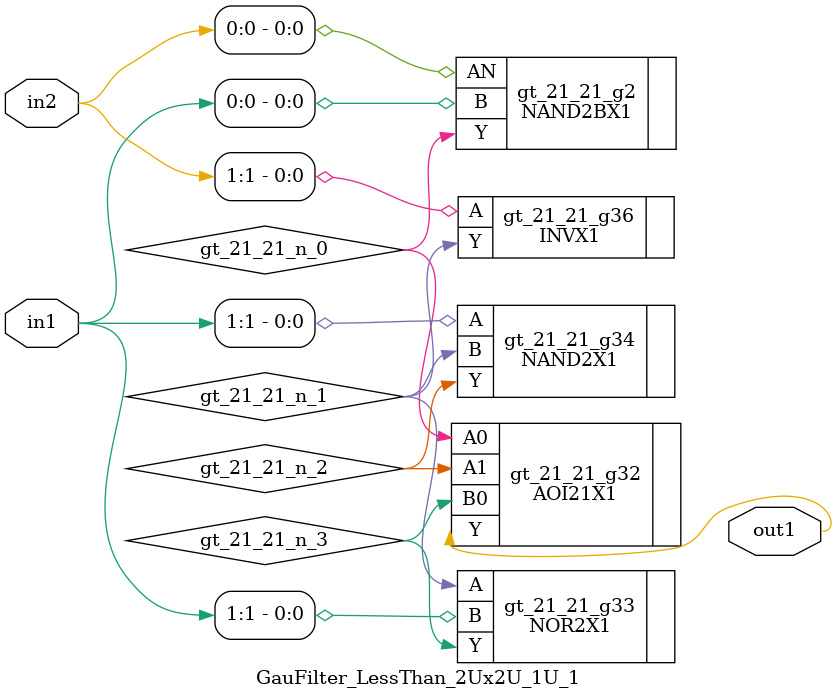
<source format=v>
`timescale 1ps / 1ps


module GauFilter_LessThan_2Ux2U_1U_1(in2, in1, out1);
  input [1:0] in2, in1;
  output out1;
  wire [1:0] in2, in1;
  wire out1;
  wire gt_21_21_n_0, gt_21_21_n_1, gt_21_21_n_2, gt_21_21_n_3;
  AOI21X1 gt_21_21_g32(.A0 (gt_21_21_n_0), .A1 (gt_21_21_n_2), .B0
       (gt_21_21_n_3), .Y (out1));
  NOR2X1 gt_21_21_g33(.A (gt_21_21_n_1), .B (in1[1]), .Y
       (gt_21_21_n_3));
  NAND2X1 gt_21_21_g34(.A (in1[1]), .B (gt_21_21_n_1), .Y
       (gt_21_21_n_2));
  INVX1 gt_21_21_g36(.A (in2[1]), .Y (gt_21_21_n_1));
  NAND2BX1 gt_21_21_g2(.AN (in2[0]), .B (in1[0]), .Y (gt_21_21_n_0));
endmodule


</source>
